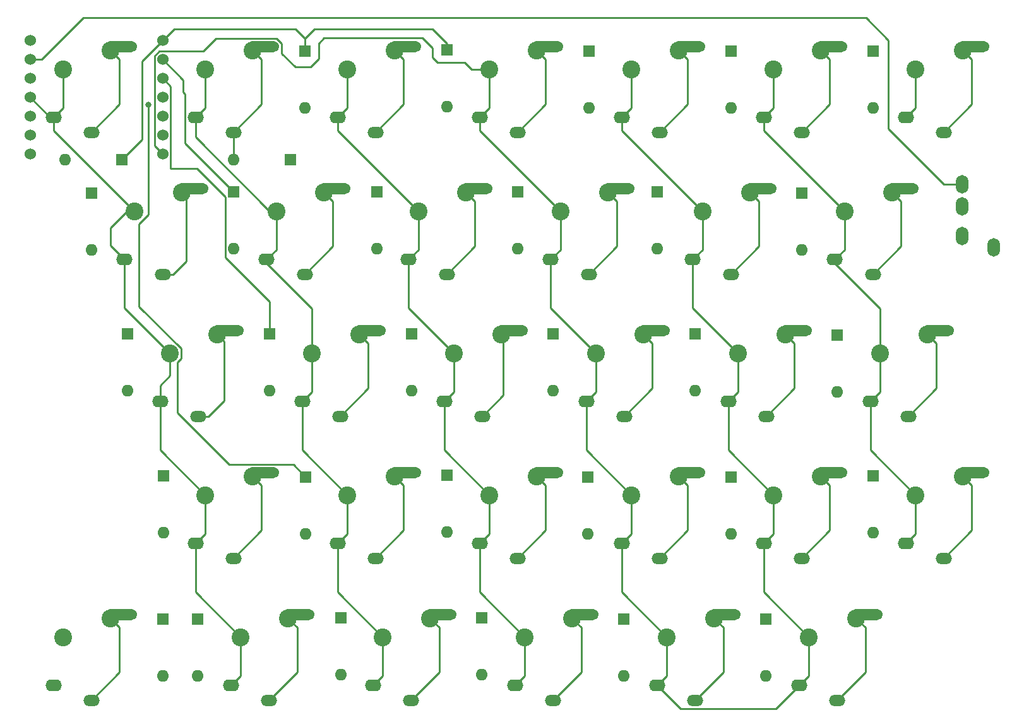
<source format=gbr>
%TF.GenerationSoftware,KiCad,Pcbnew,(7.0.0)*%
%TF.CreationDate,2023-02-28T11:22:52+09:00*%
%TF.ProjectId,sgkb,73676b62-2e6b-4696-9361-645f70636258,rev?*%
%TF.SameCoordinates,Original*%
%TF.FileFunction,Copper,L1,Top*%
%TF.FilePolarity,Positive*%
%FSLAX46Y46*%
G04 Gerber Fmt 4.6, Leading zero omitted, Abs format (unit mm)*
G04 Created by KiCad (PCBNEW (7.0.0)) date 2023-02-28 11:22:52*
%MOMM*%
%LPD*%
G01*
G04 APERTURE LIST*
G04 Aperture macros list*
%AMHorizOval*
0 Thick line with rounded ends*
0 $1 width*
0 $2 $3 position (X,Y) of the first rounded end (center of the circle)*
0 $4 $5 position (X,Y) of the second rounded end (center of the circle)*
0 Add line between two ends*
20,1,$1,$2,$3,$4,$5,0*
0 Add two circle primitives to create the rounded ends*
1,1,$1,$2,$3*
1,1,$1,$4,$5*%
G04 Aperture macros list end*
%TA.AperFunction,ComponentPad*%
%ADD10O,2.200000X1.600000*%
%TD*%
%TA.AperFunction,ComponentPad*%
%ADD11C,2.400000*%
%TD*%
%TA.AperFunction,ComponentPad*%
%ADD12O,2.200000X1.500000*%
%TD*%
%TA.AperFunction,ComponentPad*%
%ADD13HorizOval,1.500000X1.449945X0.012653X-1.449945X-0.012653X0*%
%TD*%
%TA.AperFunction,ComponentPad*%
%ADD14R,1.600000X1.600000*%
%TD*%
%TA.AperFunction,ComponentPad*%
%ADD15O,1.600000X1.600000*%
%TD*%
%TA.AperFunction,ComponentPad*%
%ADD16O,1.700000X2.500000*%
%TD*%
%TA.AperFunction,ComponentPad*%
%ADD17C,1.524000*%
%TD*%
%TA.AperFunction,ViaPad*%
%ADD18C,0.800000*%
%TD*%
%TA.AperFunction,Conductor*%
%ADD19C,0.250000*%
%TD*%
G04 APERTURE END LIST*
D10*
%TO.P,SW32,1,1*%
%TO.N,COL2*%
X71099999Y-132487499D03*
D11*
X72390000Y-126047500D03*
D12*
%TO.P,SW32,2,2*%
%TO.N,Net-(D32-A)*%
X76199999Y-134487499D03*
D11*
X78740000Y-123507500D03*
D13*
X80100041Y-123047098D03*
%TD*%
D10*
%TO.P,SW43,1,1*%
%TO.N,COL3*%
X94912499Y-151537499D03*
D11*
X96202500Y-145097500D03*
D12*
%TO.P,SW43,2,2*%
%TO.N,Net-(D43-A)*%
X100012499Y-153537499D03*
D11*
X102552500Y-142557500D03*
D13*
X103912541Y-142097098D03*
%TD*%
D14*
%TO.P,D41,1,K*%
%TO.N,ROW5*%
X66674999Y-142620999D03*
D15*
%TO.P,D41,2,A*%
%TO.N,Net-(D41-A)*%
X66674999Y-150240999D03*
%TD*%
D14*
%TO.P,D35,1,K*%
%TO.N,ROW4*%
X123697999Y-123570999D03*
D15*
%TO.P,D35,2,A*%
%TO.N,Net-(D35-A)*%
X123697999Y-131190999D03*
%TD*%
D10*
%TO.P,SW13,1,1*%
%TO.N,COL3*%
X80624999Y-94387499D03*
D11*
X81915000Y-87947500D03*
D12*
%TO.P,SW13,2,2*%
%TO.N,Net-(D13-A)*%
X85724999Y-96387499D03*
D11*
X88265000Y-85407500D03*
D13*
X89625041Y-84947098D03*
%TD*%
D10*
%TO.P,SW41,1,1*%
%TO.N,COL1*%
X52049999Y-151537499D03*
D11*
X53340000Y-145097500D03*
D12*
%TO.P,SW41,2,2*%
%TO.N,Net-(D41-A)*%
X57149999Y-153537499D03*
D11*
X59690000Y-142557500D03*
D13*
X61050041Y-142097098D03*
%TD*%
D14*
%TO.P,D8,1,K*%
%TO.N,Net-(D8-K)*%
X161924999Y-66420999D03*
D15*
%TO.P,D8,2,A*%
%TO.N,ROW1*%
X161924999Y-74040999D03*
%TD*%
D14*
%TO.P,D43,1,K*%
%TO.N,ROW5*%
X90550999Y-142493999D03*
D15*
%TO.P,D43,2,A*%
%TO.N,Net-(D43-A)*%
X90550999Y-150113999D03*
%TD*%
D10*
%TO.P,SW34,1,1*%
%TO.N,COL4*%
X109199999Y-132487499D03*
D11*
X110490000Y-126047500D03*
D12*
%TO.P,SW34,2,2*%
%TO.N,Net-(D34-A)*%
X114299999Y-134487499D03*
D11*
X116840000Y-123507500D03*
D13*
X118200041Y-123047098D03*
%TD*%
D10*
%TO.P,SW27,1,1*%
%TO.N,COL4*%
X161587499Y-113437499D03*
D11*
X162877500Y-106997500D03*
D12*
%TO.P,SW27,2,2*%
%TO.N,Net-(D27-K)*%
X166687499Y-115437499D03*
D11*
X169227500Y-104457500D03*
D13*
X170587541Y-103997098D03*
%TD*%
D14*
%TO.P,D32,1,K*%
%TO.N,ROW4*%
X66801999Y-123443999D03*
D15*
%TO.P,D32,2,A*%
%TO.N,Net-(D32-A)*%
X66801999Y-131063999D03*
%TD*%
D14*
%TO.P,D45,1,K*%
%TO.N,ROW5*%
X128523999Y-142620999D03*
D15*
%TO.P,D45,2,A*%
%TO.N,Net-(D45-A)*%
X128523999Y-150240999D03*
%TD*%
D14*
%TO.P,D3,1,K*%
%TO.N,ROW1*%
X83819999Y-81025999D03*
D15*
%TO.P,D3,2,A*%
%TO.N,Net-(D3-A)*%
X76199999Y-81025999D03*
%TD*%
D10*
%TO.P,SW25,1,1*%
%TO.N,COL5*%
X123487499Y-113437499D03*
D11*
X124777500Y-106997500D03*
D12*
%TO.P,SW25,2,2*%
%TO.N,Net-(D25-A)*%
X128587499Y-115437499D03*
D11*
X131127500Y-104457500D03*
D13*
X132487541Y-103997098D03*
%TD*%
D10*
%TO.P,SW6,1,1*%
%TO.N,COL5*%
X128249999Y-75337499D03*
D11*
X129540000Y-68897500D03*
D12*
%TO.P,SW6,2,2*%
%TO.N,Net-(D6-K)*%
X133349999Y-77337499D03*
D11*
X135890000Y-66357500D03*
D13*
X137250041Y-65897098D03*
%TD*%
D10*
%TO.P,SW4,1,1*%
%TO.N,COL4*%
X90149999Y-75337499D03*
D11*
X91440000Y-68897500D03*
D12*
%TO.P,SW4,2,2*%
%TO.N,Net-(D4-A)*%
X95249999Y-77337499D03*
D11*
X97790000Y-66357500D03*
D13*
X99150041Y-65897098D03*
%TD*%
D14*
%TO.P,D5,1,K*%
%TO.N,ROW1*%
X104774999Y-66293999D03*
D15*
%TO.P,D5,2,A*%
%TO.N,Net-(D5-A)*%
X104774999Y-73913999D03*
%TD*%
D14*
%TO.P,D22,1,K*%
%TO.N,ROW3*%
X61975999Y-104393999D03*
D15*
%TO.P,D22,2,A*%
%TO.N,Net-(D22-A)*%
X61975999Y-112013999D03*
%TD*%
D10*
%TO.P,SW7,1,1*%
%TO.N,COL4*%
X147299999Y-75337499D03*
D11*
X148590000Y-68897500D03*
D12*
%TO.P,SW7,2,2*%
%TO.N,Net-(D7-K)*%
X152399999Y-77337499D03*
D11*
X154940000Y-66357500D03*
D13*
X156300041Y-65897098D03*
%TD*%
D10*
%TO.P,SW17,1,1*%
%TO.N,COL4*%
X156824999Y-94387499D03*
D11*
X158115000Y-87947500D03*
D12*
%TO.P,SW17,2,2*%
%TO.N,Net-(D17-K)*%
X161924999Y-96387499D03*
D11*
X164465000Y-85407500D03*
D13*
X165825041Y-84947098D03*
%TD*%
D10*
%TO.P,SW24,1,1*%
%TO.N,COL4*%
X104437499Y-113437499D03*
D11*
X105727500Y-106997500D03*
D12*
%TO.P,SW24,2,2*%
%TO.N,Net-(D24-A)*%
X109537499Y-115437499D03*
D11*
X112077500Y-104457500D03*
D13*
X113437541Y-103997098D03*
%TD*%
D14*
%TO.P,D46,1,K*%
%TO.N,Net-(D46-K)*%
X147573999Y-142620999D03*
D15*
%TO.P,D46,2,A*%
%TO.N,ROW5*%
X147573999Y-150240999D03*
%TD*%
D10*
%TO.P,SW37,1,1*%
%TO.N,COL4*%
X166349999Y-132487499D03*
D11*
X167640000Y-126047500D03*
D12*
%TO.P,SW37,2,2*%
%TO.N,Net-(D37-K)*%
X171449999Y-134487499D03*
D11*
X173990000Y-123507500D03*
D13*
X175350041Y-123047098D03*
%TD*%
D10*
%TO.P,SW12,1,1*%
%TO.N,COL2*%
X61574999Y-94387499D03*
D11*
X62865000Y-87947500D03*
D12*
%TO.P,SW12,2,2*%
%TO.N,Net-(D12-A)*%
X66674999Y-96387499D03*
D11*
X69215000Y-85407500D03*
D13*
X70575041Y-84947098D03*
%TD*%
D14*
%TO.P,D6,1,K*%
%TO.N,Net-(D6-K)*%
X123824999Y-66420999D03*
D15*
%TO.P,D6,2,A*%
%TO.N,ROW1*%
X123824999Y-74040999D03*
%TD*%
D14*
%TO.P,D24,1,K*%
%TO.N,ROW3*%
X100075999Y-104393999D03*
D15*
%TO.P,D24,2,A*%
%TO.N,Net-(D24-A)*%
X100075999Y-112013999D03*
%TD*%
D10*
%TO.P,SW23,1,1*%
%TO.N,COL3*%
X85387499Y-113437499D03*
D11*
X86677500Y-106997500D03*
D12*
%TO.P,SW23,2,2*%
%TO.N,Net-(D23-A)*%
X90487499Y-115437499D03*
D11*
X93027500Y-104457500D03*
D13*
X94387541Y-103997098D03*
%TD*%
D14*
%TO.P,D14,1,K*%
%TO.N,ROW2*%
X95376999Y-85343999D03*
D15*
%TO.P,D14,2,A*%
%TO.N,Net-(D14-A)*%
X95376999Y-92963999D03*
%TD*%
D10*
%TO.P,SW33,1,1*%
%TO.N,COL3*%
X90149999Y-132487499D03*
D11*
X91440000Y-126047500D03*
D12*
%TO.P,SW33,2,2*%
%TO.N,Net-(D33-A)*%
X95249999Y-134487499D03*
D11*
X97790000Y-123507500D03*
D13*
X99150041Y-123047098D03*
%TD*%
D10*
%TO.P,SW15,1,1*%
%TO.N,COL5*%
X118724999Y-94387499D03*
D11*
X120015000Y-87947500D03*
D12*
%TO.P,SW15,2,2*%
%TO.N,Net-(D15-A)*%
X123824999Y-96387499D03*
D11*
X126365000Y-85407500D03*
D13*
X127725041Y-84947098D03*
%TD*%
D10*
%TO.P,SW46,1,1*%
%TO.N,COL5*%
X152062499Y-151537499D03*
D11*
X153352500Y-145097500D03*
D12*
%TO.P,SW46,2,2*%
%TO.N,Net-(D46-K)*%
X157162499Y-153537499D03*
D11*
X159702500Y-142557500D03*
D13*
X161062541Y-142097098D03*
%TD*%
D14*
%TO.P,D42,1,K*%
%TO.N,ROW5*%
X71373999Y-142620999D03*
D15*
%TO.P,D42,2,A*%
%TO.N,Net-(D42-A)*%
X71373999Y-150240999D03*
%TD*%
D10*
%TO.P,SW42,1,1*%
%TO.N,COL2*%
X75862499Y-151537499D03*
D11*
X77152500Y-145097500D03*
D12*
%TO.P,SW42,2,2*%
%TO.N,Net-(D42-A)*%
X80962499Y-153537499D03*
D11*
X83502500Y-142557500D03*
D13*
X84862541Y-142097098D03*
%TD*%
D10*
%TO.P,SW2,1,1*%
%TO.N,COL2*%
X52049999Y-75337499D03*
D11*
X53340000Y-68897500D03*
D12*
%TO.P,SW2,2,2*%
%TO.N,Net-(D2-A)*%
X57149999Y-77337499D03*
D11*
X59690000Y-66357500D03*
D13*
X61050041Y-65897098D03*
%TD*%
D14*
%TO.P,D13,1,K*%
%TO.N,ROW2*%
X76199999Y-85343999D03*
D15*
%TO.P,D13,2,A*%
%TO.N,Net-(D13-A)*%
X76199999Y-92963999D03*
%TD*%
D10*
%TO.P,SW3,1,1*%
%TO.N,COL3*%
X71099999Y-75337499D03*
D11*
X72390000Y-68897500D03*
D12*
%TO.P,SW3,2,2*%
%TO.N,Net-(D3-A)*%
X76199999Y-77337499D03*
D11*
X78740000Y-66357500D03*
D13*
X80100041Y-65897098D03*
%TD*%
D14*
%TO.P,D12,1,K*%
%TO.N,ROW2*%
X57149999Y-85470999D03*
D15*
%TO.P,D12,2,A*%
%TO.N,Net-(D12-A)*%
X57149999Y-93090999D03*
%TD*%
D14*
%TO.P,D23,1,K*%
%TO.N,ROW3*%
X81025999Y-104393999D03*
D15*
%TO.P,D23,2,A*%
%TO.N,Net-(D23-A)*%
X81025999Y-112013999D03*
%TD*%
D14*
%TO.P,D36,1,K*%
%TO.N,Net-(D36-K)*%
X142874999Y-123570999D03*
D15*
%TO.P,D36,2,A*%
%TO.N,ROW4*%
X142874999Y-131190999D03*
%TD*%
D14*
%TO.P,D25,1,K*%
%TO.N,ROW3*%
X118998999Y-104393999D03*
D15*
%TO.P,D25,2,A*%
%TO.N,Net-(D25-A)*%
X118998999Y-112013999D03*
%TD*%
D14*
%TO.P,D4,1,K*%
%TO.N,ROW1*%
X85724999Y-66420999D03*
D15*
%TO.P,D4,2,A*%
%TO.N,Net-(D4-A)*%
X85724999Y-74040999D03*
%TD*%
D10*
%TO.P,SW26,1,1*%
%TO.N,COL5*%
X142537499Y-113437499D03*
D11*
X143827500Y-106997500D03*
D12*
%TO.P,SW26,2,2*%
%TO.N,Net-(D26-K)*%
X147637499Y-115437499D03*
D11*
X150177500Y-104457500D03*
D13*
X151537541Y-103997098D03*
%TD*%
D14*
%TO.P,D44,1,K*%
%TO.N,ROW5*%
X109473999Y-142493999D03*
D15*
%TO.P,D44,2,A*%
%TO.N,Net-(D44-A)*%
X109473999Y-150113999D03*
%TD*%
D10*
%TO.P,SW14,1,1*%
%TO.N,COL4*%
X99674999Y-94387499D03*
D11*
X100965000Y-87947500D03*
D12*
%TO.P,SW14,2,2*%
%TO.N,Net-(D14-A)*%
X104774999Y-96387499D03*
D11*
X107315000Y-85407500D03*
D13*
X108675041Y-84947098D03*
%TD*%
D10*
%TO.P,SW35,1,1*%
%TO.N,COL5*%
X128249999Y-132487499D03*
D11*
X129540000Y-126047500D03*
D12*
%TO.P,SW35,2,2*%
%TO.N,Net-(D35-A)*%
X133349999Y-134487499D03*
D11*
X135890000Y-123507500D03*
D13*
X137250041Y-123047098D03*
%TD*%
D10*
%TO.P,SW22,1,1*%
%TO.N,COL2*%
X66337499Y-113437499D03*
D11*
X67627500Y-106997500D03*
D12*
%TO.P,SW22,2,2*%
%TO.N,Net-(D22-A)*%
X71437499Y-115437499D03*
D11*
X73977500Y-104457500D03*
D13*
X75337541Y-103997098D03*
%TD*%
D10*
%TO.P,SW5,1,1*%
%TO.N,COL5*%
X109199999Y-75337499D03*
D11*
X110490000Y-68897500D03*
D12*
%TO.P,SW5,2,2*%
%TO.N,Net-(D5-A)*%
X114299999Y-77337499D03*
D11*
X116840000Y-66357500D03*
D13*
X118200041Y-65897098D03*
%TD*%
D14*
%TO.P,D33,1,K*%
%TO.N,ROW4*%
X85851999Y-123570999D03*
D15*
%TO.P,D33,2,A*%
%TO.N,Net-(D33-A)*%
X85851999Y-131190999D03*
%TD*%
D10*
%TO.P,SW16,1,1*%
%TO.N,COL5*%
X137774999Y-94387499D03*
D11*
X139065000Y-87947500D03*
D12*
%TO.P,SW16,2,2*%
%TO.N,Net-(D16-K)*%
X142874999Y-96387499D03*
D11*
X145415000Y-85407500D03*
D13*
X146775041Y-84947098D03*
%TD*%
D14*
%TO.P,D37,1,K*%
%TO.N,Net-(D37-K)*%
X161924999Y-123443999D03*
D15*
%TO.P,D37,2,A*%
%TO.N,ROW4*%
X161924999Y-131063999D03*
%TD*%
D10*
%TO.P,SW44,1,1*%
%TO.N,COL4*%
X113962499Y-151537499D03*
D11*
X115252500Y-145097500D03*
D12*
%TO.P,SW44,2,2*%
%TO.N,Net-(D44-A)*%
X119062499Y-153537499D03*
D11*
X121602500Y-142557500D03*
D13*
X122962541Y-142097098D03*
%TD*%
D14*
%TO.P,D34,1,K*%
%TO.N,ROW4*%
X104774999Y-123316999D03*
D15*
%TO.P,D34,2,A*%
%TO.N,Net-(D34-A)*%
X104774999Y-130936999D03*
%TD*%
D14*
%TO.P,D15,1,K*%
%TO.N,ROW2*%
X114299999Y-85343999D03*
D15*
%TO.P,D15,2,A*%
%TO.N,Net-(D15-A)*%
X114299999Y-92963999D03*
%TD*%
D10*
%TO.P,SW36,1,1*%
%TO.N,COL5*%
X147299999Y-132487499D03*
D11*
X148590000Y-126047500D03*
D12*
%TO.P,SW36,2,2*%
%TO.N,Net-(D36-K)*%
X152399999Y-134487499D03*
D11*
X154940000Y-123507500D03*
D13*
X156300041Y-123047098D03*
%TD*%
D14*
%TO.P,D16,1,K*%
%TO.N,Net-(D16-K)*%
X132968999Y-85343999D03*
D15*
%TO.P,D16,2,A*%
%TO.N,ROW2*%
X132968999Y-92963999D03*
%TD*%
D10*
%TO.P,SW45,1,1*%
%TO.N,COL5*%
X133012499Y-151537499D03*
D11*
X134302500Y-145097500D03*
D12*
%TO.P,SW45,2,2*%
%TO.N,Net-(D45-A)*%
X138112499Y-153537499D03*
D11*
X140652500Y-142557500D03*
D13*
X142012541Y-142097098D03*
%TD*%
D14*
%TO.P,D17,1,K*%
%TO.N,Net-(D17-K)*%
X152399999Y-85470999D03*
D15*
%TO.P,D17,2,A*%
%TO.N,ROW2*%
X152399999Y-93090999D03*
%TD*%
D10*
%TO.P,SW8,1,1*%
%TO.N,COL3*%
X166349999Y-75337499D03*
D11*
X167640000Y-68897500D03*
D12*
%TO.P,SW8,2,2*%
%TO.N,Net-(D8-K)*%
X171449999Y-77337499D03*
D11*
X173990000Y-66357500D03*
D13*
X175350041Y-65897098D03*
%TD*%
D14*
%TO.P,D27,1,K*%
%TO.N,Net-(D27-K)*%
X157098999Y-104520999D03*
D15*
%TO.P,D27,2,A*%
%TO.N,ROW3*%
X157098999Y-112140999D03*
%TD*%
D14*
%TO.P,D26,1,K*%
%TO.N,Net-(D26-K)*%
X138048999Y-104393999D03*
D15*
%TO.P,D26,2,A*%
%TO.N,ROW3*%
X138048999Y-112013999D03*
%TD*%
D14*
%TO.P,D2,1,K*%
%TO.N,ROW1*%
X61213999Y-81025999D03*
D15*
%TO.P,D2,2,A*%
%TO.N,Net-(D2-A)*%
X53593999Y-81025999D03*
%TD*%
D14*
%TO.P,D7,1,K*%
%TO.N,Net-(D7-K)*%
X142874999Y-66420999D03*
D15*
%TO.P,D7,2,A*%
%TO.N,ROW1*%
X142874999Y-74040999D03*
%TD*%
D16*
%TO.P,J1,A*%
%TO.N,VCC*%
X178099999Y-92799999D03*
%TO.P,J1,B*%
%TO.N,GND*%
X173899999Y-84299999D03*
%TO.P,J1,C*%
%TO.N,unconnected-(J1-PadC)*%
X173899999Y-87299999D03*
%TO.P,J1,D*%
%TO.N,RX*%
X173899999Y-91299999D03*
%TD*%
D17*
%TO.P,U1,1,PA02_A0_D0*%
%TO.N,ROW1*%
X66675000Y-65024000D03*
%TO.P,U1,2,PA4_A1_D1*%
%TO.N,ROW2*%
X66675000Y-67564000D03*
%TO.P,U1,3,PA10_A2_D2*%
%TO.N,ROW3*%
X66675000Y-70104000D03*
%TO.P,U1,4,PA11_A3_D3*%
%TO.N,ROW4*%
X66675000Y-72644000D03*
%TO.P,U1,5,PA8_A4_D4_SDA*%
%TO.N,ROW5*%
X66675000Y-75184000D03*
%TO.P,U1,6,PA9_A5_D5_SCL*%
%TO.N,COL1*%
X66675000Y-77724000D03*
%TO.P,U1,7,PB08_A6_D6_TX*%
%TO.N,COL5*%
X66675000Y-80264000D03*
%TO.P,U1,8,PB09_A7_D7_RX*%
%TO.N,RX*%
X48895000Y-80264000D03*
%TO.P,U1,9,PA7_A8_D8_SCK*%
%TO.N,COL4*%
X48895000Y-77724000D03*
%TO.P,U1,10,PA5_A9_D9_MISO*%
%TO.N,COL3*%
X48895000Y-75184000D03*
%TO.P,U1,11,PA6_A10_D10_MOSI*%
%TO.N,COL2*%
X48895000Y-72644000D03*
%TO.P,U1,12,3V3*%
%TO.N,VCC*%
X48895000Y-70104000D03*
%TO.P,U1,13,GND*%
%TO.N,GND*%
X48895000Y-67564000D03*
%TO.P,U1,14,5V*%
%TO.N,unconnected-(U1-5V-Pad14)*%
X48895000Y-65024000D03*
%TD*%
D18*
%TO.N,ROW4*%
X64770000Y-73660000D03*
%TD*%
D19*
%TO.N,ROW1*%
X86995000Y-63500000D02*
X102870000Y-63500000D01*
X68199000Y-63500000D02*
X84455000Y-63500000D01*
X85725000Y-64770000D02*
X85725000Y-66421000D01*
X84455000Y-63500000D02*
X85725000Y-64770000D01*
X104775000Y-65405000D02*
X104775000Y-66294000D01*
X85725000Y-64770000D02*
X86995000Y-63500000D01*
X102870000Y-63500000D02*
X104775000Y-65405000D01*
X66675000Y-65024000D02*
X63925000Y-67774000D01*
X66675000Y-65024000D02*
X68199000Y-63500000D01*
X63925000Y-78315000D02*
X61214000Y-81026000D01*
X63925000Y-67774000D02*
X63925000Y-78315000D01*
%TO.N,Net-(D2-A)*%
X60890000Y-67557500D02*
X60890000Y-73597500D01*
X59690000Y-66357500D02*
X60890000Y-67557500D01*
X60890000Y-73597500D02*
X57150000Y-77337500D01*
%TO.N,Net-(D3-A)*%
X78740000Y-66357500D02*
X79940000Y-67557500D01*
X79940000Y-73597500D02*
X76200000Y-77337500D01*
X79940000Y-67557500D02*
X79940000Y-73597500D01*
X76200000Y-77337500D02*
X76200000Y-81026000D01*
%TO.N,Net-(D4-A)*%
X97790000Y-66357500D02*
X98990000Y-67557500D01*
X98990000Y-73597500D02*
X95250000Y-77337500D01*
X98990000Y-67557500D02*
X98990000Y-73597500D01*
%TO.N,Net-(D5-A)*%
X116840000Y-66357500D02*
X118040000Y-67557500D01*
X118040000Y-67557500D02*
X118040000Y-73597500D01*
X118040000Y-73597500D02*
X114300000Y-77337500D01*
%TO.N,Net-(D6-K)*%
X137090000Y-73597500D02*
X133350000Y-77337500D01*
X135890000Y-66357500D02*
X137090000Y-67557500D01*
X137090000Y-67557500D02*
X137090000Y-73597500D01*
%TO.N,Net-(D7-K)*%
X154940000Y-66357500D02*
X156140000Y-67557500D01*
X156140000Y-73597500D02*
X152400000Y-77337500D01*
X156140000Y-67557500D02*
X156140000Y-73597500D01*
%TO.N,Net-(D8-K)*%
X175190000Y-67557500D02*
X175190000Y-73597500D01*
X173990000Y-66357500D02*
X175190000Y-67557500D01*
X175190000Y-73597500D02*
X171450000Y-77337500D01*
%TO.N,Net-(D12-A)*%
X69215000Y-85407500D02*
X69850000Y-86042500D01*
X69850000Y-94615622D02*
X68078122Y-96387500D01*
X68078122Y-96387500D02*
X66675000Y-96387500D01*
X69850000Y-86042500D02*
X69850000Y-94615622D01*
%TO.N,Net-(D13-A)*%
X89465000Y-86607500D02*
X89465000Y-92647500D01*
X88265000Y-85407500D02*
X89465000Y-86607500D01*
X89465000Y-92647500D02*
X85725000Y-96387500D01*
%TO.N,Net-(D14-A)*%
X108515000Y-86607500D02*
X108515000Y-92647500D01*
X107315000Y-85407500D02*
X108515000Y-86607500D01*
X108515000Y-92647500D02*
X104775000Y-96387500D01*
%TO.N,Net-(D15-A)*%
X127565000Y-92647500D02*
X123825000Y-96387500D01*
X126365000Y-85407500D02*
X127565000Y-86607500D01*
X127565000Y-86607500D02*
X127565000Y-92647500D01*
%TO.N,Net-(D16-K)*%
X145415000Y-85407500D02*
X146615000Y-86607500D01*
X146615000Y-92647500D02*
X142875000Y-96387500D01*
X146615000Y-86607500D02*
X146615000Y-92647500D01*
%TO.N,Net-(D17-K)*%
X165665000Y-86607500D02*
X165665000Y-92647500D01*
X164465000Y-85407500D02*
X165665000Y-86607500D01*
X165665000Y-92647500D02*
X161925000Y-96387500D01*
%TO.N,Net-(D22-A)*%
X74930000Y-113348122D02*
X72840622Y-115437500D01*
X72840622Y-115437500D02*
X71437500Y-115437500D01*
X74930000Y-105410000D02*
X74930000Y-113348122D01*
X73977500Y-104457500D02*
X74930000Y-105410000D01*
%TO.N,Net-(D23-A)*%
X94227500Y-105657500D02*
X94227500Y-111697500D01*
X94227500Y-111697500D02*
X90487500Y-115437500D01*
X93027500Y-104457500D02*
X94227500Y-105657500D01*
%TO.N,Net-(D24-A)*%
X112362500Y-104742500D02*
X112362500Y-112612500D01*
X112362500Y-112612500D02*
X109537500Y-115437500D01*
X112077500Y-104457500D02*
X112362500Y-104742500D01*
%TO.N,Net-(D25-A)*%
X132327500Y-111697500D02*
X128587500Y-115437500D01*
X131127500Y-104457500D02*
X132327500Y-105657500D01*
X132327500Y-105657500D02*
X132327500Y-111697500D01*
%TO.N,Net-(D26-K)*%
X150177500Y-104457500D02*
X151377500Y-105657500D01*
X151377500Y-105657500D02*
X151377500Y-111697500D01*
X151377500Y-111697500D02*
X147637500Y-115437500D01*
%TO.N,Net-(D27-K)*%
X169227500Y-104457500D02*
X170427500Y-105657500D01*
X170427500Y-105657500D02*
X170427500Y-111697500D01*
X170427500Y-111697500D02*
X166687500Y-115437500D01*
%TO.N,Net-(D32-A)*%
X79940000Y-124707500D02*
X79940000Y-130747500D01*
X79940000Y-130747500D02*
X76200000Y-134487500D01*
X78740000Y-123507500D02*
X79940000Y-124707500D01*
%TO.N,Net-(D33-A)*%
X97790000Y-123507500D02*
X98990000Y-124707500D01*
X98990000Y-124707500D02*
X98990000Y-130747500D01*
X98990000Y-130747500D02*
X95250000Y-134487500D01*
%TO.N,Net-(D34-A)*%
X118040000Y-124707500D02*
X118040000Y-130747500D01*
X118040000Y-130747500D02*
X114300000Y-134487500D01*
X116840000Y-123507500D02*
X118040000Y-124707500D01*
%TO.N,Net-(D35-A)*%
X137090000Y-124707500D02*
X137090000Y-130747500D01*
X137090000Y-130747500D02*
X133350000Y-134487500D01*
X135890000Y-123507500D02*
X137090000Y-124707500D01*
%TO.N,Net-(D36-K)*%
X156140000Y-124707500D02*
X156140000Y-130747500D01*
X156140000Y-130747500D02*
X152400000Y-134487500D01*
X154940000Y-123507500D02*
X156140000Y-124707500D01*
%TO.N,Net-(D37-K)*%
X175190000Y-130747500D02*
X171450000Y-134487500D01*
X173990000Y-123507500D02*
X175190000Y-124707500D01*
X175190000Y-124707500D02*
X175190000Y-130747500D01*
%TO.N,Net-(D41-A)*%
X59690000Y-142557500D02*
X60890000Y-143757500D01*
X60890000Y-149797500D02*
X57150000Y-153537500D01*
X60890000Y-143757500D02*
X60890000Y-149797500D01*
%TO.N,Net-(D42-A)*%
X84702500Y-149797500D02*
X80962500Y-153537500D01*
X83502500Y-142557500D02*
X84702500Y-143757500D01*
X84702500Y-143757500D02*
X84702500Y-149797500D01*
%TO.N,Net-(D43-A)*%
X103752500Y-143757500D02*
X103752500Y-149797500D01*
X102552500Y-142557500D02*
X103752500Y-143757500D01*
X103752500Y-149797500D02*
X100012500Y-153537500D01*
%TO.N,Net-(D44-A)*%
X122802500Y-149797500D02*
X119062500Y-153537500D01*
X122802500Y-143757500D02*
X122802500Y-149797500D01*
X121602500Y-142557500D02*
X122802500Y-143757500D01*
%TO.N,Net-(D45-A)*%
X141852500Y-149797500D02*
X138112500Y-153537500D01*
X140652500Y-142557500D02*
X141852500Y-143757500D01*
X141852500Y-143757500D02*
X141852500Y-149797500D01*
%TO.N,Net-(D46-K)*%
X160902500Y-143757500D02*
X160902500Y-149797500D01*
X159702500Y-142557500D02*
X160902500Y-143757500D01*
X160902500Y-149797500D02*
X157162500Y-153537500D01*
%TO.N,ROW2*%
X66675000Y-67564000D02*
X69425000Y-70314000D01*
X69425000Y-71965000D02*
X69675000Y-72215000D01*
X69425000Y-70314000D02*
X69425000Y-71965000D01*
X69675000Y-72215000D02*
X69675000Y-78819000D01*
X69675000Y-78819000D02*
X76200000Y-85344000D01*
%TO.N,ROW3*%
X71247000Y-82169000D02*
X75075000Y-85997000D01*
X66675000Y-70104000D02*
X67762000Y-71191000D01*
X75075000Y-85997000D02*
X75075000Y-94125000D01*
X67762000Y-82169000D02*
X71247000Y-82169000D01*
X75075000Y-94125000D02*
X81026000Y-100076000D01*
X81026000Y-100076000D02*
X81026000Y-104394000D01*
X67762000Y-71191000D02*
X67762000Y-82169000D01*
%TO.N,ROW4*%
X84236601Y-121955601D02*
X85852000Y-123571000D01*
X69152500Y-107691676D02*
X68612500Y-108231676D01*
X63500000Y-89667347D02*
X63500000Y-100713324D01*
X63500000Y-100713324D02*
X69152500Y-106365824D01*
X64770000Y-88397347D02*
X63500000Y-89667347D01*
X69152500Y-106365824D02*
X69152500Y-107691676D01*
X68612500Y-108231676D02*
X68612500Y-114967500D01*
X75600601Y-121955601D02*
X84236601Y-121955601D01*
X64770000Y-73660000D02*
X64770000Y-88397347D01*
X68612500Y-114967500D02*
X75600601Y-121955601D01*
%TO.N,COL2*%
X52050000Y-75337500D02*
X53340000Y-74047500D01*
X77152500Y-150247500D02*
X75862500Y-151537500D01*
X77152500Y-145097500D02*
X77152500Y-150247500D01*
X67627500Y-109999912D02*
X66337500Y-111289912D01*
X51588500Y-75337500D02*
X52050000Y-75337500D01*
X52050000Y-75337500D02*
X52050000Y-77132500D01*
X48895000Y-72644000D02*
X51588500Y-75337500D01*
X61912500Y-87947500D02*
X59690000Y-90170000D01*
X59690000Y-92502500D02*
X61575000Y-94387500D01*
X53340000Y-74047500D02*
X53340000Y-68897500D01*
X72390000Y-126047500D02*
X72390000Y-131197500D01*
X61575000Y-94387500D02*
X61575000Y-100945000D01*
X72390000Y-131197500D02*
X71100000Y-132487500D01*
X62865000Y-87947500D02*
X61912500Y-87947500D01*
X52050000Y-77132500D02*
X62865000Y-87947500D01*
X66337500Y-119995000D02*
X72390000Y-126047500D01*
X61575000Y-100945000D02*
X67627500Y-106997500D01*
X67627500Y-106997500D02*
X67627500Y-109999912D01*
X66337500Y-111289912D02*
X66337500Y-113437500D01*
X71100000Y-132487500D02*
X71100000Y-139045000D01*
X59690000Y-90170000D02*
X59690000Y-92502500D01*
X71100000Y-139045000D02*
X77152500Y-145097500D01*
X66337500Y-113437500D02*
X66337500Y-119995000D01*
%TO.N,COL3*%
X72390000Y-74047500D02*
X71100000Y-75337500D01*
X80625000Y-94912500D02*
X86677500Y-100965000D01*
X71100000Y-77994000D02*
X81053500Y-87947500D01*
X91440000Y-131197500D02*
X90150000Y-132487500D01*
X85387500Y-113437500D02*
X85387500Y-119995000D01*
X86677500Y-100965000D02*
X86677500Y-106997500D01*
X91440000Y-126047500D02*
X91440000Y-131197500D01*
X86677500Y-106997500D02*
X86677500Y-112147500D01*
X96202500Y-150247500D02*
X94912500Y-151537500D01*
X80625000Y-94387500D02*
X80625000Y-94912500D01*
X85387500Y-119995000D02*
X91440000Y-126047500D01*
X86677500Y-112147500D02*
X85387500Y-113437500D01*
X81053500Y-87947500D02*
X81915000Y-87947500D01*
X71100000Y-75337500D02*
X71100000Y-77994000D01*
X90150000Y-132487500D02*
X90150000Y-139045000D01*
X167640000Y-68897500D02*
X167640000Y-74047500D01*
X72390000Y-68897500D02*
X72390000Y-74047500D01*
X81915000Y-87947500D02*
X81915000Y-93097500D01*
X96202500Y-145097500D02*
X96202500Y-150247500D01*
X90150000Y-139045000D02*
X96202500Y-145097500D01*
X167640000Y-74047500D02*
X166350000Y-75337500D01*
X81915000Y-93097500D02*
X80625000Y-94387500D01*
%TO.N,COL4*%
X162877500Y-100965000D02*
X162877500Y-106997500D01*
X90150000Y-75337500D02*
X90150000Y-77132500D01*
X148590000Y-74047500D02*
X147300000Y-75337500D01*
X167640000Y-126047500D02*
X167640000Y-131197500D01*
X91440000Y-74047500D02*
X90150000Y-75337500D01*
X100965000Y-87947500D02*
X100965000Y-93097500D01*
X90150000Y-77132500D02*
X100965000Y-87947500D01*
X110490000Y-126047500D02*
X110490000Y-131197500D01*
X100965000Y-93097500D02*
X99675000Y-94387500D01*
X104437500Y-113437500D02*
X104437500Y-119995000D01*
X105727500Y-106997500D02*
X105727500Y-112147500D01*
X104437500Y-119995000D02*
X110490000Y-126047500D01*
X109200000Y-132487500D02*
X109200000Y-139045000D01*
X147300000Y-77132500D02*
X158115000Y-87947500D01*
X161587500Y-119995000D02*
X167640000Y-126047500D01*
X105727500Y-112147500D02*
X104437500Y-113437500D01*
X110490000Y-131197500D02*
X109200000Y-132487500D01*
X109200000Y-139045000D02*
X115252500Y-145097500D01*
X115252500Y-150247500D02*
X113962500Y-151537500D01*
X148590000Y-68897500D02*
X148590000Y-74047500D01*
X156825000Y-94912500D02*
X162877500Y-100965000D01*
X167640000Y-131197500D02*
X166350000Y-132487500D01*
X99675000Y-100945000D02*
X105727500Y-106997500D01*
X115252500Y-145097500D02*
X115252500Y-150247500D01*
X99675000Y-94387500D02*
X99675000Y-100945000D01*
X161587500Y-113437500D02*
X161587500Y-119995000D01*
X147300000Y-75337500D02*
X147300000Y-77132500D01*
X156825000Y-94387500D02*
X156825000Y-94912500D01*
X91440000Y-68897500D02*
X91440000Y-74047500D01*
X162877500Y-106997500D02*
X162877500Y-112147500D01*
X162877500Y-112147500D02*
X161587500Y-113437500D01*
X158115000Y-93097500D02*
X156825000Y-94387500D01*
X158115000Y-87947500D02*
X158115000Y-93097500D01*
%TO.N,COL5*%
X102870000Y-67310000D02*
X102870000Y-66040000D01*
X82628832Y-66320328D02*
X82621060Y-65429802D01*
X129540000Y-68897500D02*
X129540000Y-74047500D01*
X129540000Y-126047500D02*
X129540000Y-131197500D01*
X65588000Y-67113749D02*
X65588000Y-79177000D01*
X87630000Y-67468750D02*
X86518750Y-68580000D01*
X128250000Y-77132500D02*
X139065000Y-87947500D01*
X82628832Y-66753832D02*
X82628832Y-66320328D01*
X148590000Y-131197500D02*
X147300000Y-132487500D01*
X136161000Y-154686000D02*
X148914000Y-154686000D01*
X123487500Y-113437500D02*
X123487500Y-119995000D01*
X139065000Y-87947500D02*
X139065000Y-93097500D01*
X72126176Y-66477000D02*
X66224749Y-66477000D01*
X81950268Y-64770000D02*
X73833176Y-64770000D01*
X84455000Y-68580000D02*
X82628832Y-66753832D01*
X88323000Y-64712000D02*
X87630000Y-65405000D01*
X110490000Y-74047500D02*
X109200000Y-75337500D01*
X87630000Y-65405000D02*
X87630000Y-67468750D01*
X102870000Y-66040000D02*
X101542000Y-64712000D01*
X148590000Y-126047500D02*
X148590000Y-131197500D01*
X134302500Y-145097500D02*
X134302500Y-150247500D01*
X153352500Y-145097500D02*
X153352500Y-150247500D01*
X153352500Y-150247500D02*
X152062500Y-151537500D01*
X143827500Y-112147500D02*
X142537500Y-113437500D01*
X109200000Y-75337500D02*
X109200000Y-77132500D01*
X129540000Y-131197500D02*
X128250000Y-132487500D01*
X102870000Y-67310000D02*
X103505000Y-67945000D01*
X108108750Y-68897500D02*
X107156250Y-67945000D01*
X137775000Y-94387500D02*
X137775000Y-100945000D01*
X128250000Y-139045000D02*
X134302500Y-145097500D01*
X133012500Y-151537500D02*
X136161000Y-154686000D01*
X73833176Y-64770000D02*
X72126176Y-66477000D01*
X137775000Y-100945000D02*
X143827500Y-106997500D01*
X128250000Y-132487500D02*
X128250000Y-139045000D01*
X65588000Y-79177000D02*
X66675000Y-80264000D01*
X66224749Y-66477000D02*
X65588000Y-67113749D01*
X118725000Y-100945000D02*
X124777500Y-106997500D01*
X128250000Y-75337500D02*
X128250000Y-77132500D01*
X147300000Y-139045000D02*
X153352500Y-145097500D01*
X110490000Y-68897500D02*
X108108750Y-68897500D01*
X101542000Y-64712000D02*
X88323000Y-64712000D01*
X148914000Y-154686000D02*
X152062500Y-151537500D01*
X120015000Y-93097500D02*
X118725000Y-94387500D01*
X124777500Y-106997500D02*
X124777500Y-112147500D01*
X86518750Y-68580000D02*
X84455000Y-68580000D01*
X109200000Y-77132500D02*
X120015000Y-87947500D01*
X82621060Y-65429802D02*
X81985869Y-64805601D01*
X110490000Y-68897500D02*
X110490000Y-74047500D01*
X147300000Y-132487500D02*
X147300000Y-139045000D01*
X120015000Y-87947500D02*
X120015000Y-93097500D01*
X107156250Y-67945000D02*
X103505000Y-67945000D01*
X134302500Y-150247500D02*
X133012500Y-151537500D01*
X142537500Y-119995000D02*
X148590000Y-126047500D01*
X142537500Y-113437500D02*
X142537500Y-119995000D01*
X129540000Y-74047500D02*
X128250000Y-75337500D01*
X123487500Y-119995000D02*
X129540000Y-126047500D01*
X143827500Y-106997500D02*
X143827500Y-112147500D01*
X118725000Y-94387500D02*
X118725000Y-100945000D01*
X139065000Y-93097500D02*
X137775000Y-94387500D01*
X81985869Y-64805601D02*
X81950268Y-64770000D01*
X124777500Y-112147500D02*
X123487500Y-113437500D01*
%TO.N,GND*%
X164000000Y-76887500D02*
X164000000Y-65000000D01*
X50436000Y-67564000D02*
X48895000Y-67564000D01*
X173900000Y-84300000D02*
X171412500Y-84300000D01*
X171412500Y-84300000D02*
X164000000Y-76887500D01*
X161000000Y-62000000D02*
X56000000Y-62000000D01*
X164000000Y-65000000D02*
X161000000Y-62000000D01*
X56000000Y-62000000D02*
X50436000Y-67564000D01*
%TD*%
M02*

</source>
